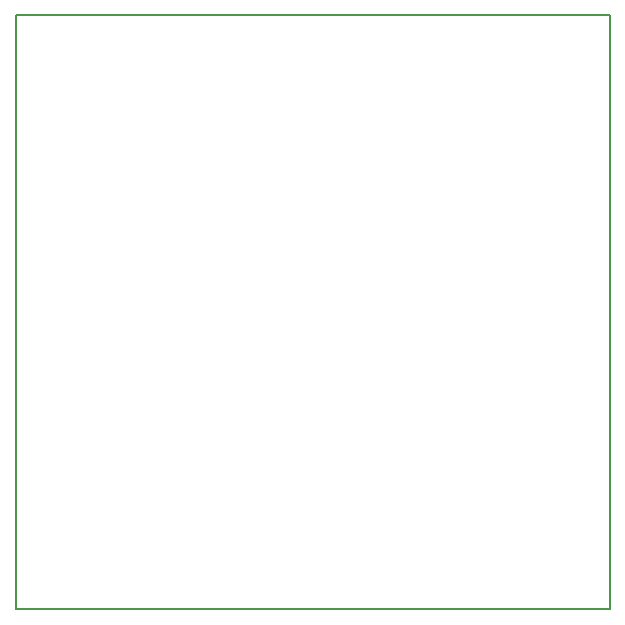
<source format=gbr>
%TF.GenerationSoftware,KiCad,Pcbnew,7.0.11+1*%
%TF.CreationDate,2024-06-09T18:10:44+00:00*%
%TF.ProjectId,RP2040v01,52503230-3430-4763-9031-2e6b69636164,rev?*%
%TF.SameCoordinates,Original*%
%TF.FileFunction,Profile,NP*%
%FSLAX46Y46*%
G04 Gerber Fmt 4.6, Leading zero omitted, Abs format (unit mm)*
G04 Created by KiCad (PCBNEW 7.0.11+1) date 2024-06-09 18:10:44*
%MOMM*%
%LPD*%
G01*
G04 APERTURE LIST*
%TA.AperFunction,Profile*%
%ADD10C,0.150000*%
%TD*%
G04 APERTURE END LIST*
D10*
X5334000Y55626000D02*
X55626000Y55626000D01*
X55626000Y5334001D01*
X5334000Y5334001D01*
X5334000Y55626000D01*
M02*

</source>
